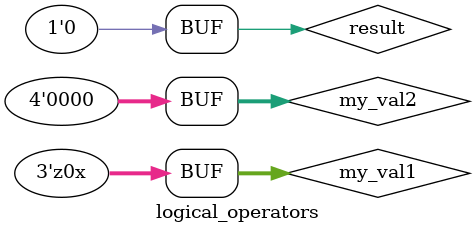
<source format=v>
module logical_operators();

	reg [2:0] my_val1 = 3'b111;
	reg [3:0] my_val2 = 4'b0000;
	
	reg result;
	
	initial begin
		$monitor("MON my_val1 = %b, my_val2 = %b, result = %b" , my_val1, my_val2, result);
	end
	
	initial begin
		result = !my_val1;
		#1
		result = !my_val2;
		
		#1
		result = my_val1 && my_val2;
		
		#1
		result = my_val1 || my_val2;
		
		my_val1 = 3'bz0X;
		result = !my_val1;
		
		#1
		result = my_val1 || my_val2;
		
		#1
		result = my_val1 && my_val2;
		
	end
	
endmodule
</source>
